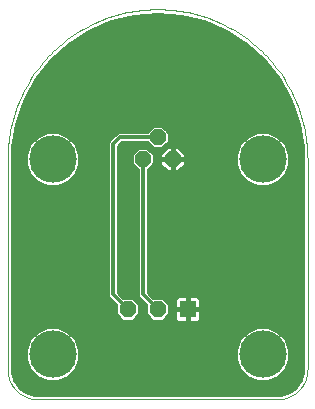
<source format=gbl>
G75*
%MOIN*%
%OFA0B0*%
%FSLAX25Y25*%
%IPPOS*%
%LPD*%
%AMOC8*
5,1,8,0,0,1.08239X$1,22.5*
%
%ADD10OC8,0.05200*%
%ADD11OC8,0.05600*%
%ADD12R,0.05600X0.05600*%
%ADD13C,0.00000*%
%ADD14C,0.15811*%
%ADD15C,0.01600*%
%ADD16C,0.01200*%
D10*
X0051800Y0104006D03*
X0056800Y0111506D03*
X0061800Y0104006D03*
D11*
X0056800Y0054006D03*
X0046800Y0054006D03*
D12*
X0066800Y0054006D03*
D13*
X0096800Y0024006D02*
X0016800Y0024006D01*
X0016558Y0024009D01*
X0016317Y0024018D01*
X0016076Y0024032D01*
X0015835Y0024053D01*
X0015595Y0024079D01*
X0015355Y0024111D01*
X0015116Y0024149D01*
X0014879Y0024192D01*
X0014642Y0024242D01*
X0014407Y0024297D01*
X0014173Y0024357D01*
X0013941Y0024424D01*
X0013710Y0024495D01*
X0013481Y0024573D01*
X0013254Y0024656D01*
X0013029Y0024744D01*
X0012806Y0024838D01*
X0012586Y0024937D01*
X0012368Y0025042D01*
X0012153Y0025151D01*
X0011940Y0025266D01*
X0011730Y0025386D01*
X0011524Y0025511D01*
X0011320Y0025641D01*
X0011119Y0025776D01*
X0010922Y0025916D01*
X0010728Y0026060D01*
X0010538Y0026209D01*
X0010352Y0026363D01*
X0010169Y0026521D01*
X0009990Y0026683D01*
X0009815Y0026850D01*
X0009644Y0027021D01*
X0009477Y0027196D01*
X0009315Y0027375D01*
X0009157Y0027558D01*
X0009003Y0027744D01*
X0008854Y0027934D01*
X0008710Y0028128D01*
X0008570Y0028325D01*
X0008435Y0028526D01*
X0008305Y0028730D01*
X0008180Y0028936D01*
X0008060Y0029146D01*
X0007945Y0029359D01*
X0007836Y0029574D01*
X0007731Y0029792D01*
X0007632Y0030012D01*
X0007538Y0030235D01*
X0007450Y0030460D01*
X0007367Y0030687D01*
X0007289Y0030916D01*
X0007218Y0031147D01*
X0007151Y0031379D01*
X0007091Y0031613D01*
X0007036Y0031848D01*
X0006986Y0032085D01*
X0006943Y0032322D01*
X0006905Y0032561D01*
X0006873Y0032801D01*
X0006847Y0033041D01*
X0006826Y0033282D01*
X0006812Y0033523D01*
X0006803Y0033764D01*
X0006800Y0034006D01*
X0006800Y0104006D01*
X0006815Y0105224D01*
X0006859Y0106440D01*
X0006933Y0107656D01*
X0007037Y0108869D01*
X0007170Y0110079D01*
X0007333Y0111286D01*
X0007525Y0112488D01*
X0007746Y0113686D01*
X0007996Y0114878D01*
X0008275Y0116063D01*
X0008583Y0117241D01*
X0008920Y0118411D01*
X0009285Y0119573D01*
X0009678Y0120725D01*
X0010099Y0121868D01*
X0010548Y0122999D01*
X0011024Y0124120D01*
X0011528Y0125229D01*
X0012058Y0126325D01*
X0012615Y0127408D01*
X0013198Y0128477D01*
X0013806Y0129531D01*
X0014441Y0130571D01*
X0015100Y0131594D01*
X0015784Y0132602D01*
X0016493Y0133592D01*
X0017225Y0134565D01*
X0017981Y0135519D01*
X0018760Y0136455D01*
X0019561Y0137372D01*
X0020385Y0138269D01*
X0021230Y0139145D01*
X0022096Y0140001D01*
X0022983Y0140836D01*
X0023890Y0141648D01*
X0024816Y0142438D01*
X0025762Y0143206D01*
X0026725Y0143950D01*
X0027707Y0144670D01*
X0028706Y0145367D01*
X0029721Y0146039D01*
X0030753Y0146686D01*
X0031800Y0147307D01*
X0032862Y0147903D01*
X0033938Y0148473D01*
X0035027Y0149017D01*
X0036130Y0149533D01*
X0037245Y0150023D01*
X0038371Y0150486D01*
X0039508Y0150921D01*
X0040656Y0151328D01*
X0041813Y0151707D01*
X0042979Y0152058D01*
X0044153Y0152380D01*
X0045335Y0152674D01*
X0046524Y0152939D01*
X0047718Y0153174D01*
X0048918Y0153381D01*
X0050123Y0153558D01*
X0051331Y0153706D01*
X0052543Y0153824D01*
X0053758Y0153913D01*
X0054974Y0153973D01*
X0056191Y0154002D01*
X0057409Y0154002D01*
X0058626Y0153973D01*
X0059842Y0153913D01*
X0061057Y0153824D01*
X0062269Y0153706D01*
X0063477Y0153558D01*
X0064682Y0153381D01*
X0065882Y0153174D01*
X0067076Y0152939D01*
X0068265Y0152674D01*
X0069447Y0152380D01*
X0070621Y0152058D01*
X0071787Y0151707D01*
X0072944Y0151328D01*
X0074092Y0150921D01*
X0075229Y0150486D01*
X0076355Y0150023D01*
X0077470Y0149533D01*
X0078573Y0149017D01*
X0079662Y0148473D01*
X0080738Y0147903D01*
X0081800Y0147307D01*
X0082847Y0146686D01*
X0083879Y0146039D01*
X0084894Y0145367D01*
X0085893Y0144670D01*
X0086875Y0143950D01*
X0087838Y0143206D01*
X0088784Y0142438D01*
X0089710Y0141648D01*
X0090617Y0140836D01*
X0091504Y0140001D01*
X0092370Y0139145D01*
X0093215Y0138269D01*
X0094039Y0137372D01*
X0094840Y0136455D01*
X0095619Y0135519D01*
X0096375Y0134565D01*
X0097107Y0133592D01*
X0097816Y0132602D01*
X0098500Y0131594D01*
X0099159Y0130571D01*
X0099794Y0129531D01*
X0100402Y0128477D01*
X0100985Y0127408D01*
X0101542Y0126325D01*
X0102072Y0125229D01*
X0102576Y0124120D01*
X0103052Y0122999D01*
X0103501Y0121868D01*
X0103922Y0120725D01*
X0104315Y0119573D01*
X0104680Y0118411D01*
X0105017Y0117241D01*
X0105325Y0116063D01*
X0105604Y0114878D01*
X0105854Y0113686D01*
X0106075Y0112488D01*
X0106267Y0111286D01*
X0106430Y0110079D01*
X0106563Y0108869D01*
X0106667Y0107656D01*
X0106741Y0106440D01*
X0106785Y0105224D01*
X0106800Y0104006D01*
X0106800Y0034006D01*
X0106797Y0033764D01*
X0106788Y0033523D01*
X0106774Y0033282D01*
X0106753Y0033041D01*
X0106727Y0032801D01*
X0106695Y0032561D01*
X0106657Y0032322D01*
X0106614Y0032085D01*
X0106564Y0031848D01*
X0106509Y0031613D01*
X0106449Y0031379D01*
X0106382Y0031147D01*
X0106311Y0030916D01*
X0106233Y0030687D01*
X0106150Y0030460D01*
X0106062Y0030235D01*
X0105968Y0030012D01*
X0105869Y0029792D01*
X0105764Y0029574D01*
X0105655Y0029359D01*
X0105540Y0029146D01*
X0105420Y0028936D01*
X0105295Y0028730D01*
X0105165Y0028526D01*
X0105030Y0028325D01*
X0104890Y0028128D01*
X0104746Y0027934D01*
X0104597Y0027744D01*
X0104443Y0027558D01*
X0104285Y0027375D01*
X0104123Y0027196D01*
X0103956Y0027021D01*
X0103785Y0026850D01*
X0103610Y0026683D01*
X0103431Y0026521D01*
X0103248Y0026363D01*
X0103062Y0026209D01*
X0102872Y0026060D01*
X0102678Y0025916D01*
X0102481Y0025776D01*
X0102280Y0025641D01*
X0102076Y0025511D01*
X0101870Y0025386D01*
X0101660Y0025266D01*
X0101447Y0025151D01*
X0101232Y0025042D01*
X0101014Y0024937D01*
X0100794Y0024838D01*
X0100571Y0024744D01*
X0100346Y0024656D01*
X0100119Y0024573D01*
X0099890Y0024495D01*
X0099659Y0024424D01*
X0099427Y0024357D01*
X0099193Y0024297D01*
X0098958Y0024242D01*
X0098721Y0024192D01*
X0098484Y0024149D01*
X0098245Y0024111D01*
X0098005Y0024079D01*
X0097765Y0024053D01*
X0097524Y0024032D01*
X0097283Y0024018D01*
X0097042Y0024009D01*
X0096800Y0024006D01*
D14*
X0091800Y0039006D03*
X0091800Y0104006D03*
X0021800Y0104006D03*
X0021800Y0039006D03*
D15*
X0027953Y0031998D02*
X0085647Y0031998D01*
X0086529Y0031117D02*
X0089949Y0029700D01*
X0093651Y0029700D01*
X0097071Y0031117D01*
X0099689Y0033735D01*
X0101105Y0037155D01*
X0101105Y0040857D01*
X0099689Y0044277D01*
X0097071Y0046895D01*
X0093651Y0048311D01*
X0089949Y0048311D01*
X0086529Y0046895D01*
X0083911Y0044277D01*
X0082494Y0040857D01*
X0082494Y0037155D01*
X0083911Y0033735D01*
X0086529Y0031117D01*
X0088260Y0030400D02*
X0025340Y0030400D01*
X0023651Y0029700D02*
X0027071Y0031117D01*
X0029689Y0033735D01*
X0031105Y0037155D01*
X0031105Y0040857D01*
X0029689Y0044277D01*
X0027071Y0046895D01*
X0023651Y0048311D01*
X0019949Y0048311D01*
X0016529Y0046895D01*
X0013911Y0044277D01*
X0012494Y0040857D01*
X0012494Y0037155D01*
X0013911Y0033735D01*
X0016529Y0031117D01*
X0019949Y0029700D01*
X0023651Y0029700D01*
X0018260Y0030400D02*
X0009456Y0030400D01*
X0009494Y0030283D02*
X0008701Y0032723D01*
X0008600Y0034006D01*
X0008600Y0104006D01*
X0008765Y0107986D01*
X0010075Y0115838D01*
X0012660Y0123368D01*
X0016449Y0130369D01*
X0021338Y0136651D01*
X0027195Y0142042D01*
X0033859Y0146397D01*
X0041149Y0149594D01*
X0048867Y0151549D01*
X0056800Y0152206D01*
X0064733Y0151549D01*
X0072451Y0149594D01*
X0079741Y0146397D01*
X0086405Y0142042D01*
X0092262Y0136651D01*
X0097151Y0130369D01*
X0100940Y0123368D01*
X0103525Y0115838D01*
X0104835Y0107986D01*
X0105000Y0104006D01*
X0105000Y0034006D01*
X0104899Y0032723D01*
X0104106Y0030283D01*
X0102598Y0028208D01*
X0100523Y0026700D01*
X0098083Y0025907D01*
X0096800Y0025806D01*
X0016800Y0025806D01*
X0015517Y0025907D01*
X0013077Y0026700D01*
X0011002Y0028208D01*
X0009494Y0030283D01*
X0008936Y0031998D02*
X0015647Y0031998D01*
X0014049Y0033597D02*
X0008632Y0033597D01*
X0008600Y0035195D02*
X0013306Y0035195D01*
X0012644Y0036794D02*
X0008600Y0036794D01*
X0008600Y0038393D02*
X0012494Y0038393D01*
X0012494Y0039991D02*
X0008600Y0039991D01*
X0008600Y0041590D02*
X0012798Y0041590D01*
X0013460Y0043188D02*
X0008600Y0043188D01*
X0008600Y0044787D02*
X0014421Y0044787D01*
X0016019Y0046385D02*
X0008600Y0046385D01*
X0008600Y0047984D02*
X0019158Y0047984D01*
X0024442Y0047984D02*
X0089158Y0047984D01*
X0086019Y0046385D02*
X0027581Y0046385D01*
X0029179Y0044787D02*
X0084421Y0044787D01*
X0083460Y0043188D02*
X0030140Y0043188D01*
X0030802Y0041590D02*
X0082798Y0041590D01*
X0082494Y0039991D02*
X0031105Y0039991D01*
X0031105Y0038393D02*
X0082494Y0038393D01*
X0082644Y0036794D02*
X0030956Y0036794D01*
X0030294Y0035195D02*
X0083306Y0035195D01*
X0084049Y0033597D02*
X0029551Y0033597D01*
X0045060Y0049806D02*
X0042600Y0052266D01*
X0042600Y0055377D01*
X0039800Y0058177D01*
X0039800Y0109834D01*
X0040972Y0111006D01*
X0043472Y0113506D01*
X0053143Y0113506D01*
X0055143Y0115506D01*
X0058457Y0115506D01*
X0060800Y0113163D01*
X0060800Y0109849D01*
X0058457Y0107506D01*
X0055143Y0107506D01*
X0053143Y0109506D01*
X0045128Y0109506D01*
X0043800Y0108177D01*
X0043800Y0059834D01*
X0045428Y0058206D01*
X0048540Y0058206D01*
X0051000Y0055746D01*
X0051000Y0052266D01*
X0048540Y0049806D01*
X0045060Y0049806D01*
X0043686Y0051181D02*
X0008600Y0051181D01*
X0008600Y0052779D02*
X0042600Y0052779D01*
X0042600Y0054378D02*
X0008600Y0054378D01*
X0008600Y0055976D02*
X0042001Y0055976D01*
X0040403Y0057575D02*
X0008600Y0057575D01*
X0008600Y0059173D02*
X0039800Y0059173D01*
X0039800Y0060772D02*
X0008600Y0060772D01*
X0008600Y0062370D02*
X0039800Y0062370D01*
X0039800Y0063969D02*
X0008600Y0063969D01*
X0008600Y0065567D02*
X0039800Y0065567D01*
X0039800Y0067166D02*
X0008600Y0067166D01*
X0008600Y0068764D02*
X0039800Y0068764D01*
X0039800Y0070363D02*
X0008600Y0070363D01*
X0008600Y0071961D02*
X0039800Y0071961D01*
X0039800Y0073560D02*
X0008600Y0073560D01*
X0008600Y0075158D02*
X0039800Y0075158D01*
X0039800Y0076757D02*
X0008600Y0076757D01*
X0008600Y0078355D02*
X0039800Y0078355D01*
X0039800Y0079954D02*
X0008600Y0079954D01*
X0008600Y0081552D02*
X0039800Y0081552D01*
X0039800Y0083151D02*
X0008600Y0083151D01*
X0008600Y0084749D02*
X0039800Y0084749D01*
X0039800Y0086348D02*
X0008600Y0086348D01*
X0008600Y0087946D02*
X0039800Y0087946D01*
X0039800Y0089545D02*
X0008600Y0089545D01*
X0008600Y0091143D02*
X0039800Y0091143D01*
X0039800Y0092742D02*
X0008600Y0092742D01*
X0008600Y0094340D02*
X0039800Y0094340D01*
X0039800Y0095939D02*
X0026641Y0095939D01*
X0027071Y0096117D02*
X0029689Y0098735D01*
X0031105Y0102155D01*
X0031105Y0105857D01*
X0029689Y0109277D01*
X0027071Y0111895D01*
X0023651Y0113311D01*
X0019949Y0113311D01*
X0016529Y0111895D01*
X0013911Y0109277D01*
X0012494Y0105857D01*
X0012494Y0102155D01*
X0013911Y0098735D01*
X0016529Y0096117D01*
X0019949Y0094700D01*
X0023651Y0094700D01*
X0027071Y0096117D01*
X0028491Y0097537D02*
X0039800Y0097537D01*
X0039800Y0099136D02*
X0029855Y0099136D01*
X0030517Y0100734D02*
X0039800Y0100734D01*
X0039800Y0102333D02*
X0031105Y0102333D01*
X0031105Y0103931D02*
X0039800Y0103931D01*
X0039800Y0105530D02*
X0031105Y0105530D01*
X0030579Y0107128D02*
X0039800Y0107128D01*
X0039800Y0108727D02*
X0029917Y0108727D01*
X0028640Y0110326D02*
X0040291Y0110326D01*
X0041890Y0111924D02*
X0027000Y0111924D01*
X0016600Y0111924D02*
X0009422Y0111924D01*
X0009688Y0113523D02*
X0053160Y0113523D01*
X0054758Y0115121D02*
X0009955Y0115121D01*
X0010377Y0116720D02*
X0103223Y0116720D01*
X0103645Y0115121D02*
X0058842Y0115121D01*
X0060440Y0113523D02*
X0103912Y0113523D01*
X0104178Y0111924D02*
X0097000Y0111924D01*
X0097071Y0111895D02*
X0093651Y0113311D01*
X0089949Y0113311D01*
X0086529Y0111895D01*
X0083911Y0109277D01*
X0082494Y0105857D01*
X0082494Y0102155D01*
X0083911Y0098735D01*
X0086529Y0096117D01*
X0089949Y0094700D01*
X0093651Y0094700D01*
X0097071Y0096117D01*
X0099689Y0098735D01*
X0101105Y0102155D01*
X0101105Y0105857D01*
X0099689Y0109277D01*
X0097071Y0111895D01*
X0098640Y0110326D02*
X0104445Y0110326D01*
X0104712Y0108727D02*
X0099917Y0108727D01*
X0100579Y0107128D02*
X0104871Y0107128D01*
X0104937Y0105530D02*
X0101105Y0105530D01*
X0101105Y0103931D02*
X0105000Y0103931D01*
X0105000Y0102333D02*
X0101105Y0102333D01*
X0100517Y0100734D02*
X0105000Y0100734D01*
X0105000Y0099136D02*
X0099855Y0099136D01*
X0098491Y0097537D02*
X0105000Y0097537D01*
X0105000Y0095939D02*
X0096641Y0095939D01*
X0105000Y0094340D02*
X0053800Y0094340D01*
X0053800Y0092742D02*
X0105000Y0092742D01*
X0105000Y0091143D02*
X0053800Y0091143D01*
X0053800Y0089545D02*
X0105000Y0089545D01*
X0105000Y0087946D02*
X0053800Y0087946D01*
X0053800Y0086348D02*
X0105000Y0086348D01*
X0105000Y0084749D02*
X0053800Y0084749D01*
X0053800Y0083151D02*
X0105000Y0083151D01*
X0105000Y0081552D02*
X0053800Y0081552D01*
X0053800Y0079954D02*
X0105000Y0079954D01*
X0105000Y0078355D02*
X0053800Y0078355D01*
X0053800Y0076757D02*
X0105000Y0076757D01*
X0105000Y0075158D02*
X0053800Y0075158D01*
X0053800Y0073560D02*
X0105000Y0073560D01*
X0105000Y0071961D02*
X0053800Y0071961D01*
X0053800Y0070363D02*
X0105000Y0070363D01*
X0105000Y0068764D02*
X0053800Y0068764D01*
X0053800Y0067166D02*
X0105000Y0067166D01*
X0105000Y0065567D02*
X0053800Y0065567D01*
X0053800Y0063969D02*
X0105000Y0063969D01*
X0105000Y0062370D02*
X0053800Y0062370D01*
X0053800Y0060772D02*
X0105000Y0060772D01*
X0105000Y0059173D02*
X0054461Y0059173D01*
X0053800Y0059834D02*
X0053800Y0100349D01*
X0055800Y0102349D01*
X0055800Y0105663D01*
X0053457Y0108006D01*
X0050143Y0108006D01*
X0047800Y0105663D01*
X0047800Y0102349D01*
X0049800Y0100349D01*
X0049800Y0058177D01*
X0052600Y0055377D01*
X0052600Y0052266D01*
X0055060Y0049806D01*
X0058540Y0049806D01*
X0061000Y0052266D01*
X0061000Y0055746D01*
X0058540Y0058206D01*
X0055428Y0058206D01*
X0053800Y0059834D01*
X0050403Y0057575D02*
X0049171Y0057575D01*
X0049800Y0059173D02*
X0044461Y0059173D01*
X0043800Y0060772D02*
X0049800Y0060772D01*
X0049800Y0062370D02*
X0043800Y0062370D01*
X0043800Y0063969D02*
X0049800Y0063969D01*
X0049800Y0065567D02*
X0043800Y0065567D01*
X0043800Y0067166D02*
X0049800Y0067166D01*
X0049800Y0068764D02*
X0043800Y0068764D01*
X0043800Y0070363D02*
X0049800Y0070363D01*
X0049800Y0071961D02*
X0043800Y0071961D01*
X0043800Y0073560D02*
X0049800Y0073560D01*
X0049800Y0075158D02*
X0043800Y0075158D01*
X0043800Y0076757D02*
X0049800Y0076757D01*
X0049800Y0078355D02*
X0043800Y0078355D01*
X0043800Y0079954D02*
X0049800Y0079954D01*
X0049800Y0081552D02*
X0043800Y0081552D01*
X0043800Y0083151D02*
X0049800Y0083151D01*
X0049800Y0084749D02*
X0043800Y0084749D01*
X0043800Y0086348D02*
X0049800Y0086348D01*
X0049800Y0087946D02*
X0043800Y0087946D01*
X0043800Y0089545D02*
X0049800Y0089545D01*
X0049800Y0091143D02*
X0043800Y0091143D01*
X0043800Y0092742D02*
X0049800Y0092742D01*
X0049800Y0094340D02*
X0043800Y0094340D01*
X0043800Y0095939D02*
X0049800Y0095939D01*
X0049800Y0097537D02*
X0043800Y0097537D01*
X0043800Y0099136D02*
X0049800Y0099136D01*
X0049415Y0100734D02*
X0043800Y0100734D01*
X0043800Y0102333D02*
X0047816Y0102333D01*
X0047800Y0103931D02*
X0043800Y0103931D01*
X0043800Y0105530D02*
X0047800Y0105530D01*
X0049266Y0107128D02*
X0043800Y0107128D01*
X0044350Y0108727D02*
X0053922Y0108727D01*
X0054334Y0107128D02*
X0058700Y0107128D01*
X0059977Y0108406D02*
X0057400Y0105828D01*
X0057400Y0104006D01*
X0061800Y0104006D01*
X0061800Y0104006D01*
X0061800Y0108406D01*
X0063623Y0108406D01*
X0066200Y0105828D01*
X0066200Y0104006D01*
X0061800Y0104006D01*
X0061800Y0108406D01*
X0059977Y0108406D01*
X0059678Y0108727D02*
X0083683Y0108727D01*
X0083021Y0107128D02*
X0064900Y0107128D01*
X0066200Y0105530D02*
X0082494Y0105530D01*
X0082494Y0103931D02*
X0066200Y0103931D01*
X0066200Y0104006D02*
X0061800Y0104006D01*
X0061800Y0104006D01*
X0061800Y0104006D01*
X0057400Y0104006D01*
X0057400Y0102183D01*
X0059977Y0099606D01*
X0061800Y0099606D01*
X0063623Y0099606D01*
X0066200Y0102183D01*
X0066200Y0104006D01*
X0066200Y0102333D02*
X0082494Y0102333D01*
X0083083Y0100734D02*
X0064751Y0100734D01*
X0061800Y0100734D02*
X0061800Y0100734D01*
X0061800Y0099606D02*
X0061800Y0104006D01*
X0061800Y0104006D01*
X0061800Y0099606D01*
X0061800Y0102333D02*
X0061800Y0102333D01*
X0061800Y0103931D02*
X0061800Y0103931D01*
X0061800Y0105530D02*
X0061800Y0105530D01*
X0061800Y0107128D02*
X0061800Y0107128D01*
X0060800Y0110326D02*
X0084960Y0110326D01*
X0086600Y0111924D02*
X0060800Y0111924D01*
X0057400Y0105530D02*
X0055800Y0105530D01*
X0055800Y0103931D02*
X0057400Y0103931D01*
X0057400Y0102333D02*
X0055784Y0102333D01*
X0054185Y0100734D02*
X0058849Y0100734D01*
X0053800Y0099136D02*
X0083745Y0099136D01*
X0085109Y0097537D02*
X0053800Y0097537D01*
X0053800Y0095939D02*
X0086959Y0095939D01*
X0102674Y0118318D02*
X0010926Y0118318D01*
X0011475Y0119917D02*
X0102125Y0119917D01*
X0101576Y0121515D02*
X0012024Y0121515D01*
X0012573Y0123114D02*
X0101027Y0123114D01*
X0100213Y0124712D02*
X0013387Y0124712D01*
X0014252Y0126311D02*
X0099348Y0126311D01*
X0098483Y0127909D02*
X0015117Y0127909D01*
X0015983Y0129508D02*
X0097617Y0129508D01*
X0096578Y0131106D02*
X0017022Y0131106D01*
X0018267Y0132705D02*
X0095333Y0132705D01*
X0094089Y0134303D02*
X0019511Y0134303D01*
X0020755Y0135902D02*
X0092845Y0135902D01*
X0091339Y0137500D02*
X0022261Y0137500D01*
X0023997Y0139099D02*
X0089603Y0139099D01*
X0087866Y0140697D02*
X0025734Y0140697D01*
X0027583Y0142296D02*
X0086017Y0142296D01*
X0083571Y0143894D02*
X0030029Y0143894D01*
X0032476Y0145493D02*
X0081124Y0145493D01*
X0078157Y0147091D02*
X0035443Y0147091D01*
X0039087Y0148690D02*
X0074513Y0148690D01*
X0069710Y0150288D02*
X0043890Y0150288D01*
X0052949Y0151887D02*
X0060651Y0151887D01*
X0016959Y0095939D02*
X0008600Y0095939D01*
X0008600Y0097537D02*
X0015109Y0097537D01*
X0013745Y0099136D02*
X0008600Y0099136D01*
X0008600Y0100734D02*
X0013083Y0100734D01*
X0012494Y0102333D02*
X0008600Y0102333D01*
X0008600Y0103931D02*
X0012494Y0103931D01*
X0012494Y0105530D02*
X0008663Y0105530D01*
X0008729Y0107128D02*
X0013021Y0107128D01*
X0013683Y0108727D02*
X0008888Y0108727D01*
X0009155Y0110326D02*
X0014960Y0110326D01*
X0050769Y0055976D02*
X0052001Y0055976D01*
X0052600Y0054378D02*
X0051000Y0054378D01*
X0051000Y0052779D02*
X0052600Y0052779D01*
X0053686Y0051181D02*
X0049914Y0051181D01*
X0059914Y0051181D02*
X0062200Y0051181D01*
X0062200Y0050969D02*
X0062323Y0050511D01*
X0062560Y0050101D01*
X0062895Y0049766D01*
X0063305Y0049529D01*
X0063763Y0049406D01*
X0066800Y0049406D01*
X0069837Y0049406D01*
X0070295Y0049529D01*
X0070705Y0049766D01*
X0071040Y0050101D01*
X0071277Y0050511D01*
X0071400Y0050969D01*
X0071400Y0054006D01*
X0071400Y0057043D01*
X0071277Y0057501D01*
X0071040Y0057911D01*
X0070705Y0058246D01*
X0070295Y0058483D01*
X0069837Y0058606D01*
X0066800Y0058606D01*
X0066800Y0054006D01*
X0066800Y0054006D01*
X0066800Y0058606D01*
X0063763Y0058606D01*
X0063305Y0058483D01*
X0062895Y0058246D01*
X0062560Y0057911D01*
X0062323Y0057501D01*
X0062200Y0057043D01*
X0062200Y0054006D01*
X0066800Y0054006D01*
X0071400Y0054006D01*
X0066800Y0054006D01*
X0066800Y0054006D01*
X0066800Y0054006D01*
X0062200Y0054006D01*
X0062200Y0050969D01*
X0063213Y0049582D02*
X0008600Y0049582D01*
X0010570Y0028801D02*
X0103030Y0028801D01*
X0104144Y0030400D02*
X0095340Y0030400D01*
X0097953Y0031998D02*
X0104664Y0031998D01*
X0104968Y0033597D02*
X0099551Y0033597D01*
X0100294Y0035195D02*
X0105000Y0035195D01*
X0105000Y0036794D02*
X0100956Y0036794D01*
X0101105Y0038393D02*
X0105000Y0038393D01*
X0105000Y0039991D02*
X0101105Y0039991D01*
X0100802Y0041590D02*
X0105000Y0041590D01*
X0105000Y0043188D02*
X0100140Y0043188D01*
X0099179Y0044787D02*
X0105000Y0044787D01*
X0105000Y0046385D02*
X0097581Y0046385D01*
X0094442Y0047984D02*
X0105000Y0047984D01*
X0105000Y0049582D02*
X0070387Y0049582D01*
X0071400Y0051181D02*
X0105000Y0051181D01*
X0105000Y0052779D02*
X0071400Y0052779D01*
X0071400Y0054378D02*
X0105000Y0054378D01*
X0105000Y0055976D02*
X0071400Y0055976D01*
X0071235Y0057575D02*
X0105000Y0057575D01*
X0101215Y0027203D02*
X0012385Y0027203D01*
X0059171Y0057575D02*
X0062365Y0057575D01*
X0062200Y0055976D02*
X0060769Y0055976D01*
X0061000Y0054378D02*
X0062200Y0054378D01*
X0062200Y0052779D02*
X0061000Y0052779D01*
X0066800Y0052779D02*
X0066800Y0052779D01*
X0066800Y0054006D02*
X0066800Y0049406D01*
X0066800Y0054006D01*
X0066800Y0054006D01*
X0066800Y0054378D02*
X0066800Y0054378D01*
X0066800Y0055976D02*
X0066800Y0055976D01*
X0066800Y0057575D02*
X0066800Y0057575D01*
X0066800Y0051181D02*
X0066800Y0051181D01*
X0066800Y0049582D02*
X0066800Y0049582D01*
D16*
X0056800Y0054006D02*
X0051800Y0059006D01*
X0051800Y0104006D01*
X0056800Y0111506D02*
X0044300Y0111506D01*
X0041800Y0109006D01*
X0041800Y0059006D01*
X0046800Y0054006D01*
M02*

</source>
